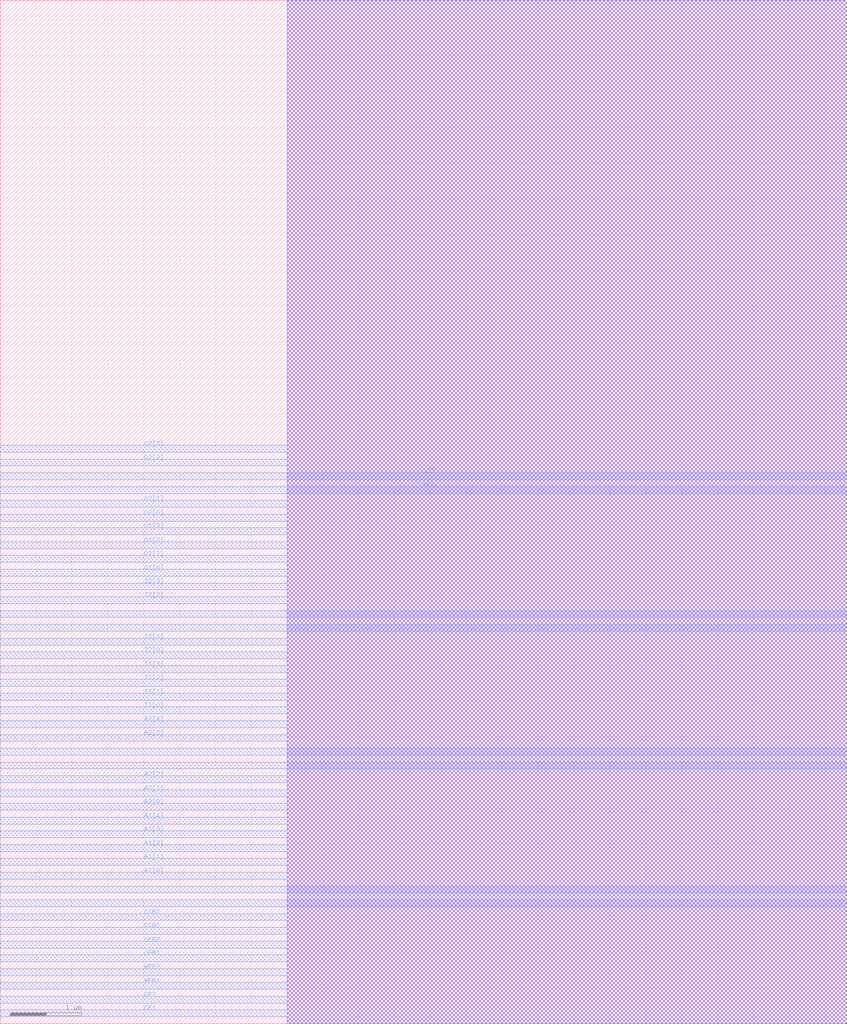
<source format=lef>
VERSION 5.6 ;
BUSBITCHARS "[]" ;
DIVIDERCHAR "/" ;

MACRO SRAM2RW32x4
  CLASS BLOCK ;
  ORIGIN 0 0 ;
  FOREIGN SRAM2RW32x4 0 0 ;
  SIZE 11.808 BY 14.272 ;
  SYMMETRY X Y ;
  SITE asap7sc7p5t ;
  PIN VDD
    DIRECTION INOUT ;
    USE POWER ;
    PORT 
      LAYER M4 ;
        RECT 0.0 1.632 11.808 1.728 ;
        RECT 0.0 3.552 11.808 3.648 ;
        RECT 0.0 5.472 11.808 5.568 ;
        RECT 0.0 7.392 11.808 7.488 ;
    END 
  END VDD
  PIN VSS
    DIRECTION INOUT ;
    USE GROUND ;
    PORT 
      LAYER M4 ;
        RECT 0.0 1.824 11.808 1.92 ;
        RECT 0.0 3.744 11.808 3.84 ;
        RECT 0.0 5.664 11.808 5.76 ;
        RECT 0.0 7.584 11.808 7.68 ;
    END 
  END VSS
  PIN CE1
    DIRECTION INPUT ;
    USE SIGNAL ;
    PORT 
      LAYER M4 ;
        RECT 0.0 0.096 4.0 0.192 ;
    END 
  END CE1
  PIN CE2
    DIRECTION INPUT ;
    USE SIGNAL ;
    PORT 
      LAYER M4 ;
        RECT 0.0 0.288 4.0 0.384 ;
    END 
  END CE2
  PIN WEB1
    DIRECTION INPUT ;
    USE SIGNAL ;
    PORT 
      LAYER M4 ;
        RECT 0.0 0.48 4.0 0.576 ;
    END 
  END WEB1
  PIN WEB2
    DIRECTION INPUT ;
    USE SIGNAL ;
    PORT 
      LAYER M4 ;
        RECT 0.0 0.672 4.0 0.768 ;
    END 
  END WEB2
  PIN OEB1
    DIRECTION INPUT ;
    USE SIGNAL ;
    PORT 
      LAYER M4 ;
        RECT 0.0 0.864 4.0 0.96 ;
    END 
  END OEB1
  PIN OEB2
    DIRECTION INPUT ;
    USE SIGNAL ;
    PORT 
      LAYER M4 ;
        RECT 0.0 1.056 4.0 1.152 ;
    END 
  END OEB2
  PIN CSB1
    DIRECTION INPUT ;
    USE SIGNAL ;
    PORT 
      LAYER M4 ;
        RECT 0.0 1.248 4.0 1.344 ;
    END 
  END CSB1
  PIN CSB2
    DIRECTION INPUT ;
    USE SIGNAL ;
    PORT 
      LAYER M4 ;
        RECT 0.0 1.44 4.0 1.536 ;
    END 
  END CSB2
  PIN A1[0]
    DIRECTION INPUT ;
    USE SIGNAL ;
    PORT 
      LAYER M4 ;
        RECT 0.0 2.016 4.0 2.112 ;
    END 
  END A1[0]
  PIN A1[1]
    DIRECTION INPUT ;
    USE SIGNAL ;
    PORT 
      LAYER M4 ;
        RECT 0.0 2.208 4.0 2.304 ;
    END 
  END A1[1]
  PIN A1[2]
    DIRECTION INPUT ;
    USE SIGNAL ;
    PORT 
      LAYER M4 ;
        RECT 0.0 2.4 4.0 2.496 ;
    END 
  END A1[2]
  PIN A1[3]
    DIRECTION INPUT ;
    USE SIGNAL ;
    PORT 
      LAYER M4 ;
        RECT 0.0 2.592 4.0 2.688 ;
    END 
  END A1[3]
  PIN A1[4]
    DIRECTION INPUT ;
    USE SIGNAL ;
    PORT 
      LAYER M4 ;
        RECT 0.0 2.784 4.0 2.88 ;
    END 
  END A1[4]
  PIN A2[0]
    DIRECTION INPUT ;
    USE SIGNAL ;
    PORT 
      LAYER M4 ;
        RECT 0.0 2.976 4.0 3.072 ;
    END 
  END A2[0]
  PIN A2[1]
    DIRECTION INPUT ;
    USE SIGNAL ;
    PORT 
      LAYER M4 ;
        RECT 0.0 3.168 4.0 3.264 ;
    END 
  END A2[1]
  PIN A2[2]
    DIRECTION INPUT ;
    USE SIGNAL ;
    PORT 
      LAYER M4 ;
        RECT 0.0 3.36 4.0 3.456 ;
    END 
  END A2[2]
  PIN A2[3]
    DIRECTION INPUT ;
    USE SIGNAL ;
    PORT 
      LAYER M4 ;
        RECT 0.0 3.936 4.0 4.032 ;
    END 
  END A2[3]
  PIN A2[4]
    DIRECTION INPUT ;
    USE SIGNAL ;
    PORT 
      LAYER M4 ;
        RECT 0.0 4.128 4.0 4.224 ;
    END 
  END A2[4]
  PIN I1[0]
    DIRECTION INPUT ;
    USE SIGNAL ;
    PORT 
      LAYER M4 ;
        RECT 0.0 4.32 4.0 4.416 ;
    END 
  END I1[0]
  PIN I1[1]
    DIRECTION INPUT ;
    USE SIGNAL ;
    PORT 
      LAYER M4 ;
        RECT 0.0 4.512 4.0 4.608 ;
    END 
  END I1[1]
  PIN I1[2]
    DIRECTION INPUT ;
    USE SIGNAL ;
    PORT 
      LAYER M4 ;
        RECT 0.0 4.704 4.0 4.8 ;
    END 
  END I1[2]
  PIN I1[3]
    DIRECTION INPUT ;
    USE SIGNAL ;
    PORT 
      LAYER M4 ;
        RECT 0.0 4.896 4.0 4.992 ;
    END 
  END I1[3]
  PIN I2[0]
    DIRECTION INPUT ;
    USE SIGNAL ;
    PORT 
      LAYER M4 ;
        RECT 0.0 5.088 4.0 5.184 ;
    END 
  END I2[0]
  PIN I2[1]
    DIRECTION INPUT ;
    USE SIGNAL ;
    PORT 
      LAYER M4 ;
        RECT 0.0 5.28 4.0 5.376 ;
    END 
  END I2[1]
  PIN I2[2]
    DIRECTION INPUT ;
    USE SIGNAL ;
    PORT 
      LAYER M4 ;
        RECT 0.0 5.856 4.0 5.952 ;
    END 
  END I2[2]
  PIN I2[3]
    DIRECTION INPUT ;
    USE SIGNAL ;
    PORT 
      LAYER M4 ;
        RECT 0.0 6.048 4.0 6.144 ;
    END 
  END I2[3]
  PIN O1[0]
    DIRECTION OUTPUT ;
    USE SIGNAL ;
    PORT 
      LAYER M4 ;
        RECT 0.0 6.24 4.0 6.336 ;
    END 
  END O1[0]
  PIN O1[1]
    DIRECTION OUTPUT ;
    USE SIGNAL ;
    PORT 
      LAYER M4 ;
        RECT 0.0 6.432 4.0 6.528 ;
    END 
  END O1[1]
  PIN O1[2]
    DIRECTION OUTPUT ;
    USE SIGNAL ;
    PORT 
      LAYER M4 ;
        RECT 0.0 6.624 4.0 6.72 ;
    END 
  END O1[2]
  PIN O1[3]
    DIRECTION OUTPUT ;
    USE SIGNAL ;
    PORT 
      LAYER M4 ;
        RECT 0.0 6.816 4.0 6.912 ;
    END 
  END O1[3]
  PIN O2[0]
    DIRECTION OUTPUT ;
    USE SIGNAL ;
    PORT 
      LAYER M4 ;
        RECT 0.0 7.008 4.0 7.104 ;
    END 
  END O2[0]
  PIN O2[1]
    DIRECTION OUTPUT ;
    USE SIGNAL ;
    PORT 
      LAYER M4 ;
        RECT 0.0 7.2 4.0 7.296 ;
    END 
  END O2[1]
  PIN O2[2]
    DIRECTION OUTPUT ;
    USE SIGNAL ;
    PORT 
      LAYER M4 ;
        RECT 0.0 7.776 4.0 7.872 ;
    END 
  END O2[2]
  PIN O2[3]
    DIRECTION OUTPUT ;
    USE SIGNAL ;
    PORT 
      LAYER M4 ;
        RECT 0.0 7.968 4.0 8.064 ;
    END 
  END O2[3]
  OBS 
    LAYER M1 ;
      RECT 4.0 0.0 11.808 14.272 ;
    LAYER M2 ;
      RECT 4.0 0.0 11.808 14.272 ;
    LAYER M3 ;
      RECT 4.0 0.0 11.808 14.272 ;
  END 
END SRAM2RW32x4

END LIBRARY
</source>
